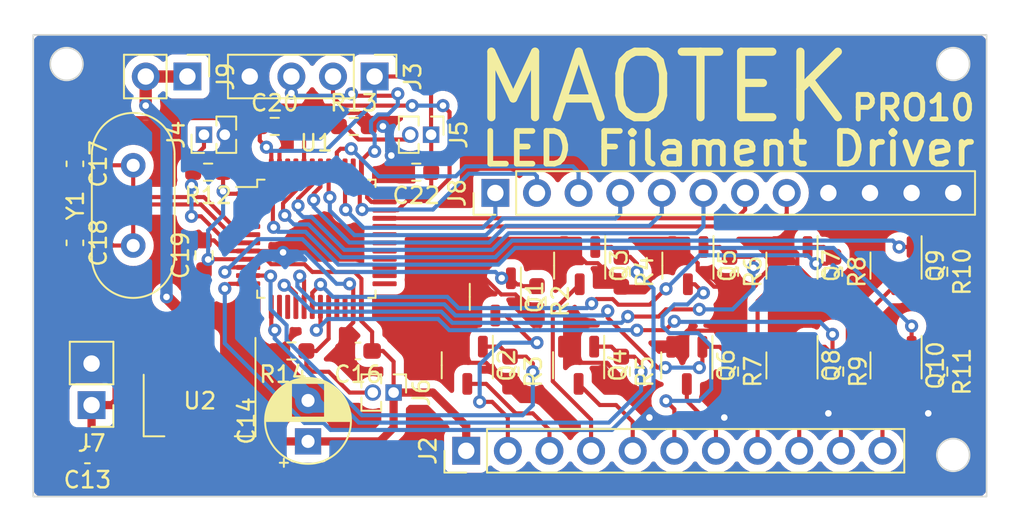
<source format=kicad_pcb>
(kicad_pcb (version 20221018) (generator pcbnew)
  (layers (0 "F.Cu" signal) (31 "B.Cu" signal) (34 "B.Paste" user) (35 "F.Paste" user) (36 "B.SilkS" user "B.Silkscreen") (37 "F.SilkS" user "F.Silkscreen") (38 "B.Mask" user) (39 "F.Mask" user) (44 "Edge.Cuts" user))
  (net 0 "")
  (net 1 "GND")
  (net 2 "+3.3V")
  (net 3 "+5V")
  (net 4 "OSCIN")
  (net 5 "OSCOUT")
  (net 6 "out1")
  (net 7 "out2")
  (net 8 "out3")
  (net 9 "out4")
  (net 10 "out5")
  (net 11 "out6")
  (net 12 "out7")
  (net 13 "out8")
  (net 14 "out9")
  (net 15 "out10")
  (net 16 "SWIO")
  (net 17 "SWCLK")
  (net 18 "NRST")
  (net 19 "BOOT0")
  (net 20 "BOOT1")
  (net 21 "in1")
  (net 22 "in2")
  (net 23 "in3")
  (net 24 "in4")
  (net 25 "in5")
  (net 26 "in6")
  (net 27 "in7")
  (net 28 "in8")
  (net 29 "in9")
  (net 30 "in10")
  (net 45 "39")
  (net 46 "38")
  (net 47 "40")
  (net 48 "41")
  (net 49 "42")
  (net 50 "43")
  (net 51 "32")
  (net 52 "33")
  (footprint "Crystal:Crystal_HC18-U_Vertical" (layer "F.Cu") (at 153.416 60.616 90)
    (fp_text reference "Y1")
    (fp_text value "8MHz")
  )
  (footprint "Capacitor_SMD:C_0603_1608Metric_Pad1.08x0.95mm_HandSolder" (layer "F.Cu") (at 150.622 73.406)
    (fp_text reference "C13")
    (fp_text value "100nF")
  )
  (footprint "Connector_PinHeader_2.54mm:PinHeader_1x04_P2.54mm_Vertical" (layer "F.Cu") (at 168.148 50.292 -90)
    (fp_text reference "J3")
    (fp_text value "Conn_01x04")
  )
  (footprint "Resistor_SMD:R_0603_1608Metric_Pad0.98x0.95mm_HandSolder" (layer "F.Cu") (at 157.734 61.214 90)
    (fp_text reference "C19")
    (fp_text value "100nF")
  )
  (footprint "Resistor_SMD:R_0603_1608Metric_Pad0.98x0.95mm_HandSolder" (layer "F.Cu") (at 202.57 68.315 -90)
    (fp_text reference "R11")
    (fp_text value "10K")
  )
  (footprint "Resistor_SMD:R_0603_1608Metric_Pad0.98x0.95mm_HandSolder" (layer "F.Cu") (at 163.068 67.056 180)
    (fp_text reference "R14")
    (fp_text value "10K")
  )
  (footprint "Package_TO_SOT_SMD:SOT-23-3" (layer "F.Cu") (at 193.614 61.8435 -90)
    (fp_text reference "Q7")
    (fp_text value "Q_NMOS_GSD")
  )
  (footprint "Connector_PinHeader_2.54mm:PinHeader_1x02_P2.54mm_Vertical" (layer "F.Cu") (at 150.876 70.363 180)
    (fp_text reference "J7")
    (fp_text value "Conn_01x02")
  )
  (footprint "Connector_PinHeader_1.27mm:PinHeader_1x02_P1.27mm_Vertical" (layer "F.Cu") (at 157.734 53.848 90)
    (fp_text reference "J4")
    (fp_text value "Conn_01x02")
  )
  (footprint "Package_TO_SOT_SMD:SOT-23-3" (layer "F.Cu") (at 193.614 67.9395 -90)
    (fp_text reference "Q8")
    (fp_text value "Q_NMOS_GSD")
  )
  (footprint "Resistor_SMD:R_0603_1608Metric_Pad0.98x0.95mm_HandSolder" (layer "F.Cu") (at 189.804 62.219 -90)
    (fp_text reference "R6")
    (fp_text value "10K")
  )
  (footprint "Capacitor_SMD:C_0603_1608Metric_Pad1.08x0.95mm_HandSolder" (layer "F.Cu") (at 149.86 60.452 -90)
    (fp_text reference "C18")
    (fp_text value "20p")
  )
  (footprint "Package_TO_SOT_SMD:SOT-23-3" (layer "F.Cu") (at 175.514 63.754 -90)
    (fp_text reference "Q1")
    (fp_text value "Q_NMOS_GSD")
  )
  (footprint "Capacitor_SMD:C_0603_1608Metric_Pad1.08x0.95mm_HandSolder" (layer "F.Cu") (at 167.132 67.056 180)
    (fp_text reference "C16")
    (fp_text value "100nF")
  )
  (footprint "Resistor_SMD:R_0603_1608Metric_Pad0.98x0.95mm_HandSolder" (layer "F.Cu") (at 170.688 56.134 180)
    (fp_text reference "C22")
    (fp_text value "100nF")
  )
  (footprint "Resistor_SMD:R_0603_1608Metric_Pad0.98x0.95mm_HandSolder" (layer "F.Cu") (at 157.988 56.134 180)
    (fp_text reference "R12")
    (fp_text value "10K")
  )
  (footprint "Package_TO_SOT_SMD:SOT-23-3" (layer "F.Cu") (at 180.66 61.8435 -90)
    (fp_text reference "Q3")
    (fp_text value "Q_NMOS_GSD")
  )
  (footprint "Capacitor_THT:CP_Radial_D5.0mm_P2.50mm" (layer "F.Cu") (at 164.084 72.579113 90)
    (fp_text reference "C14")
    (fp_text value "470uF")
  )
  (footprint "Resistor_SMD:R_0603_1608Metric_Pad0.98x0.95mm_HandSolder" (layer "F.Cu") (at 202.57 62.219 -90)
    (fp_text reference "R10")
    (fp_text value "10K")
  )
  (footprint "Connector_PinHeader_2.54mm:PinHeader_1x11_P2.54mm_Vertical" (layer "F.Cu") (at 173.736 73.152 90)
    (fp_text reference "J2")
    (fp_text value "Conn_01x11")
  )
  (footprint "Resistor_SMD:R_0603_1608Metric_Pad0.98x0.95mm_HandSolder" (layer "F.Cu") (at 178.054 64.008 -90)
    (fp_text reference "R2")
    (fp_text value "10K")
  )
  (footprint "Package_TO_SOT_SMD:SOT-23-3" (layer "F.Cu") (at 199.964 67.9395 -90)
    (fp_text reference "Q10")
    (fp_text value "Q_NMOS_GSD")
  )
  (footprint "Package_QFP:LQFP-48_7x7mm_P0.5mm" (layer "F.Cu") (at 164.592 60.202)
    (fp_text reference "U1")
    (fp_text value "STM32F103C8Tx")
  )
  (footprint "Package_TO_SOT_SMD:SOT-23-3" (layer "F.Cu") (at 199.964 61.8435 -90)
    (fp_text reference "Q9")
    (fp_text value "Q_NMOS_GSD")
  )
  (footprint "Resistor_SMD:R_0603_1608Metric_Pad0.98x0.95mm_HandSolder" (layer "F.Cu") (at 162.052 53.34)
    (fp_text reference "C20")
    (fp_text value "100nF")
  )
  (footprint "Package_TO_SOT_SMD:SOT-23-3" (layer "F.Cu") (at 173.802 67.9285 -90)
    (fp_text reference "Q2")
    (fp_text value "Q_NMOS_GSD")
  )
  (footprint "Package_TO_SOT_SMD:SOT-23-3" (layer "F.Cu") (at 180.594 67.9285 -90)
    (fp_text reference "Q4")
    (fp_text value "Q_NMOS_GSD")
  )
  (footprint "Resistor_SMD:R_0603_1608Metric_Pad0.98x0.95mm_HandSolder" (layer "F.Cu") (at 166.878 53.34)
    (fp_text reference "R13")
    (fp_text value "10K")
  )
  (footprint "Resistor_SMD:R_0603_1608Metric_Pad0.98x0.95mm_HandSolder" (layer "F.Cu") (at 189.804 68.315 -90)
    (fp_text reference "R7")
    (fp_text value "10K")
  )
  (footprint "Resistor_SMD:R_0603_1608Metric_Pad0.98x0.95mm_HandSolder" (layer "F.Cu") (at 196.22 68.315 -90)
    (fp_text reference "R9")
    (fp_text value "10K")
  )
  (footprint "Resistor_SMD:R_0603_1608Metric_Pad0.98x0.95mm_HandSolder" (layer "F.Cu") (at 183.2 68.315 -90)
    (fp_text reference "R5")
    (fp_text value "10K")
  )
  (footprint "Connector_PinHeader_1.27mm:PinHeader_1x02_P1.27mm_Vertical" (layer "F.Cu") (at 169.306 69.596 -90)
    (fp_text reference "J6")
    (fp_text value "Conn_01x02")
  )
  (footprint "Resistor_SMD:R_0603_1608Metric_Pad0.98x0.95mm_HandSolder" (layer "F.Cu") (at 183.2 62.219 -90)
    (fp_text reference "R4")
    (fp_text value "10K")
  )
  (footprint "Connector_PinHeader_2.54mm:PinHeader_1x12_P2.54mm_Vertical" (layer "F.Cu") (at 175.514 57.404 90)
    (fp_text reference "J8")
    (fp_text value "Conn_01x12")
  )
  (footprint "Connector_PinHeader_1.27mm:PinHeader_1x02_P1.27mm_Vertical" (layer "F.Cu") (at 171.592 53.848 -90)
    (fp_text reference "J5")
    (fp_text value "Conn_01x02")
  )
  (footprint "Resistor_SMD:R_0603_1608Metric_Pad0.98x0.95mm_HandSolder" (layer "F.Cu") (at 196.154 62.219 -90)
    (fp_text reference "R8")
    (fp_text value "10K")
  )
  (footprint "Package_TO_SOT_SMD:SOT-223-3_TabPin2" (layer "F.Cu") (at 157.466 70.358 -90)
    (fp_text reference "U2")
    (fp_text value "AMS1117-3.3")
  )
  (footprint "Connector_PinHeader_2.54mm:PinHeader_1x02_P2.54mm_Vertical" (layer "F.Cu") (at 156.723 50.292 -90)
    (fp_text reference "J9")
    (fp_text value "Conn_01x02")
  )
  (footprint "Capacitor_SMD:C_0603_1608Metric_Pad1.08x0.95mm_HandSolder" (layer "F.Cu") (at 149.86 55.626 -90)
    (fp_text reference "C17")
    (fp_text value "20p")
  )
  (footprint "Resistor_SMD:R_0603_1608Metric_Pad0.98x0.95mm_HandSolder" (layer "F.Cu") (at 176.408 68.315 -90)
    (fp_text reference "R3")
    (fp_text value "10K")
  )
  (footprint "Package_TO_SOT_SMD:SOT-23-3" (layer "F.Cu") (at 187.198 67.9395 -90)
    (fp_text reference "Q6")
    (fp_text value "Q_NMOS_GSD")
  )
  (footprint "Package_TO_SOT_SMD:SOT-23-3" (layer "F.Cu") (at 187.264 61.8435 -90)
    (fp_text reference "Q5")
    (fp_text value "Q_NMOS_GSD")
  )
  (gr_circle (center 149.352 49.53) (end 150.352 49.53) (stroke (width 0.1)) (fill none) (layer "Edge.Cuts"))
  (gr_rect (start 147.32 47.752) (end 205.486 75.946) (stroke (width 0.1)) (fill none) (layer "Edge.Cuts"))
  (gr_circle (center 203.454 49.53) (end 204.454 49.53) (stroke (width 0.1)) (fill none) (layer "Edge.Cuts"))
  (gr_circle (center 203.454 73.406) (end 204.454 73.406) (stroke (width 0.1)) (fill none) (layer "Edge.Cuts"))
  (gr_text "LED Filament Driver" (at 174.498 55.88) (layer "F.SilkS") (effects (font (size 2 2) (thickness 0.35) bold) (justify left bottom)))
  (gr_text "PRO10" (at 197.104 53.086) (layer "F.SilkS") (effects (font (size 1.5 1.5) (thickness 0.3) bold) (justify left bottom)))
  (gr_text "MAOTEK" (at 173.99 53.293) (layer "F.SilkS") (effects (font (size 4 4) (thickness 0.5)) (justify left bottom)))
  (segment (start 168.651701 53.335701) (end 168.647402 53.34) (width 0.25) (layer "F.Cu") (net 1))
  (segment (start 162.4775 60.952) (end 160.4295 60.952) (width 0.25) (layer "F.Cu") (net 1))
  (segment (start 182.769 68.215) (end 183.2 68.646) (width 0.25) (layer "F.Cu") (net 1))
  (segment (start 186.248 66.802) (end 187.2355 65.8145) (width 0.25) (layer "F.Cu") (net 1))
  (segment (start 203.37 68.4275) (end 202.57 69.2275) (width 0.25) (layer "F.Cu") (net 1))
  (segment (start 187.863092 62.133092) (end 188.8615 63.1315) (width 0.25) (layer "F.Cu") (net 1))
  (segment (start 162.342 56.0395) (end 162.342 54.828) (width 0.25) (layer "F.Cu") (net 1))
  (segment (start 179.71 60.706) (end 180.086 60.706) (width 0.25) (layer "F.Cu") (net 1))
  (segment (start 193.548 60.706) (end 193.939 61.097) (width 0.25) (layer "F.Cu") (net 1))
  (segment (start 153.162 70.612) (end 153.67 70.104) (width 0.5) (layer "F.Cu") (net 1))
  (segment (start 159.004 53.140894) (end 159.004 53.848) (width 0.25) (layer "F.Cu") (net 1))
  (segment (start 162.1555 67.056) (end 159.918 67.056) (width 0.25) (layer "F.Cu") (net 1))
  (segment (start 165.479604 52.07) (end 165.929604 52.52) (width 0.25) (layer "F.Cu") (net 1))
  (segment (start 190.604 68.4275) (end 189.804 69.2275) (width 0.25) (layer "F.Cu") (net 1))
  (segment (start 184.550999 63.1315) (end 186.314 61.368499) (width 0.25) (layer "F.Cu") (net 1))
  (segment (start 181.0735 61.6935) (end 181.762 61.6935) (width 0.25) (layer "F.Cu") (net 1))
  (segment (start 151.4845 73.406) (end 151.4845 74.0675) (width 0.5) (layer "F.Cu") (net 1))
  (segment (start 174.564 62.6165) (end 174.8845 62.6165) (width 0.25) (layer "F.Cu") (net 1))
  (segment (start 183.2 69.2275) (end 184.0355 69.2275) (width 0.25) (layer "F.Cu") (net 1))
  (segment (start 166.842 65.314) (end 166.2695 65.8865) (width 0.25) (layer "F.Cu") (net 1))
  (segment (start 195.206847 63.1315) (end 196.154 63.1315) (width 0.25) (layer "F.Cu") (net 1))
  (segment (start 186.875592 60.706) (end 187.863092 61.6935) (width 0.25) (layer "F.Cu") (net 1))
  (segment (start 166.2695 65.8865) (end 166.2695 67.056) (width 0.25) (layer "F.Cu") (net 1))
  (segment (start 201.93 70.866) (end 202.184 70.866) (width 0.25) (layer "F.Cu") (net 1))
  (segment (start 169.418 55.118) (end 169.7755 55.4755) (width 0.25) (layer "F.Cu") (net 1))
  (segment (start 168.647402 53.34) (end 167.7905 53.34) (width 0.25) (layer "F.Cu") (net 1))
  (segment (start 168.7545 57.952) (end 167.949236 57.952) (width 0.25) (layer "F.Cu") (net 1))
  (segment (start 199.136 61.976) (end 199.014 61.854) (width 0.25) (layer "F.Cu") (net 1))
  (segment (start 174.8845 62.6165) (end 175.872 63.604) (width 0.25) (layer "F.Cu") (net 1))
  (segment (start 182.4 67.846) (end 182.4 67.892076) (width 0.25) (layer "F.Cu") (net 1))
  (segment (start 148.59 68.326) (end 148.59 65.278) (width 0.25) (layer "F.Cu") (net 1))
  (segment (start 167.582 52.52) (end 167.7905 52.7285) (width 0.25) (layer "F.Cu") (net 1))
  (segment (start 152.908 73.406) (end 153.162 73.152) (width 0.5) (layer "F.Cu") (net 1))
  (segment (start 149.86 64.008) (end 151.384 62.484) (width 0.25) (layer "F.Cu") (net 1))
  (segment (start 148.9445 54.7635) (end 149.86 54.7635) (width 0.25) (layer "F.Cu") (net 1))
  (segment (start 148.59 65.278) (end 149.86 64.008) (width 0.25) (layer "F.Cu") (net 1))
  (segment (start 183.2 68.646) (end 183.2 69.2275) (width 0.25) (layer "F.Cu") (net 1))
  (segment (start 169.164 55.118) (end 169.418 55.118) (width 0.25) (layer "F.Cu") (net 1))
  (segment (start 160.249113 70.079113) (end 164.084 70.079113) (width 0.5) (layer "F.Cu") (net 1))
  (segment (start 192.664 61.599305) (end 192.664 60.706) (width 0.25) (layer "F.Cu") (net 1))
  (segment (start 196.154 63.1315) (end 197.7265 63.1315) (width 0.25) (layer "F.Cu") (net 1))
  (segment (start 196.7105 69.2275) (end 197.02 68.918) (width 0.25) (layer "F.Cu") (net 1))
  (segment (start 153.67 70.104) (end 159.258 70.104) (width 0.5) (layer "F.Cu") (net 1))
  (segment (start 172.852 66.791) (end 173.8395 67.7785) (width 0.25) (layer "F.Cu") (net 1))
  (segment (start 159.004 53.086) (end 159.004 53.848) (width 0.25) (layer "F.Cu") (net 1))
  (segment (start 187.863092 61.6935) (end 187.863092 62.133092) (width 0.25) (layer "F.Cu") (net 1))
  (segment (start 160.528 51.562) (end 161.036 52.07) (width 0.25) (layer "F.Cu") (net 1))
  (segment (start 149.86 64.008) (end 149.86 61.3145) (width 0.25) (layer "F.Cu") (net 1))
  (segment (start 200.406 61.976) (end 199.136 61.976) (width 0.25) (layer "F.Cu") (net 1))
  (segment (start 192.664 66.802) (end 193.6515 67.7895) (width 0.25) (layer "F.Cu") (net 1))
  (segment (start 199.39 66.802) (end 200.3775 67.7895) (width 0.25) (layer "F.Cu") (net 1))
  (segment (start 181.762 61.6935) (end 183.2 63.1315) (width 0.25) (layer "F.Cu") (net 1))
  (segment (start 160.528 50.292) (end 160.528 51.562) (width 0.25) (layer "F.Cu") (net 1))
  (segment (start 167.7905 52.7285) (end 167.7905 53.34) (width 0.25) (layer "F.Cu") (net 1))
  (segment (start 153.035 52.832) (end 158.695106 52.832) (width 0.25) (layer "F.Cu") (net 1))
  (segment (start 179.644 66.791) (end 180.6315 67.7785) (width 0.25) (layer "F.Cu") (net 1))
  (segment (start 187.2355 65.8145) (end 189.5125 65.8145) (width 0.25) (layer "F.Cu") (net 1))
  (segment (start 197.02 68.918) (end 197.02 63.416) (width 0.25) (layer "F.Cu") (net 1))
  (segment (start 148.59 68.326) (end 149.093 67.823) (width 0.5) (layer "F.Cu") (net 1))
  (segment (start 203.37 63.9315) (end 203.37 68.4275) (width 0.25) (layer "F.Cu") (net 1))
  (segment (start 168.656 56.134) (end 169.7755 56.134) (width 0.25) (layer "F.Cu") (net 1))
  (segment (start 180.6315 67.7785) (end 182.3325 67.7785) (width 0.25) (layer "F.Cu") (net 1))
  (segment (start 193.939 61.863653) (end 195.206847 63.1315) (width 0.25) (layer "F.Cu") (net 1))
  (segment (start 182.4 67.892076) (end 182.722924 68.215) (width 0.25) (layer "F.Cu") (net 1))
  (segment (start 200.3775 67.7895) (end 201.132 67.7895) (width 0.25) (layer "F.Cu") (net 1))
  (segment (start 196.22 69.2275) (end 196.22 70.48) (width 0.25) (layer "F.Cu") (net 1))
  (segment (start 189.5125 65.8145) (end 190.604 66.906) (width 0.25) (layer "F.Cu") (net 1))
  (segment (start 166.6175 62.9545) (end 166.842 63.179) (width 0.25) (layer "F.Cu") (net 1))
  (segment (start 158.695106 52.832) (end 159.004 53.140894) (width 0.25) (layer "F.Cu") (net 1))
  (segment (start 167.949236 57.952) (end 167.692 57.694764) (width 0.25) (layer "F.Cu") (net 1))
  (segment (start 202.57 63.1315) (end 203.37 63.9315) (width 0.25) (layer "F.Cu") (net 1))
  (segment (start 158.996 60.952) (end 158.3455 60.3015) (width 0.25) (layer "F.Cu") (net 1))
  (segment (start 148.59 73.914) (end 148.59 68.326) (width 0.5) (layer "F.Cu") (net 1))
  (segment (start 193.6515 67.7895) (end 194.782 67.7895) (width 0.25) (layer "F.Cu") (net 1))
  (segment (start 169.7755 55.4755) (end 169.7755 56.134) (width 0.25) (layer "F.Cu") (net 1))
  (segment (start 182.722924 68.215) (end 182.769 68.215) (width 0.25) (layer "F.Cu") (net 1))
  (segment (start 153.924 62.484) (end 156.1065 60.3015) (width 0.25) (layer "F.Cu") (net 1))
  (segment (start 189.484 71.12) (end 189.804 70.8) (width 0.25) (layer "F.Cu") (net 1))
  (segment (start 194.782 67.7895) (end 196.22 69.2275) (width 0.25) (layer "F.Cu") (net 1))
  (segment (start 202.57 63.1315) (end 201.5615 63.1315) (width 0.25) (layer "F.Cu") (net 1))
  (segment (start 193.939 61.097) (end 193.939 61.863653) (width 0.25) (layer "F.Cu") (net 1))
  (segment (start 162.56 61.0345) (end 162.4775 60.952) (width 0.25) (layer "F.Cu") (net 1))
  (segment (start 189.804 63.1315) (end 191.131805 63.1315) (width 0.25) (layer "F.Cu") (net 1))
  (segment (start 159.766 69.596) (end 160.249113 70.079113) (width 0.5) (layer "F.Cu") (net 1))
  (segment (start 184.0355 69.2275) (end 184.912 70.104) (width 0.25) (layer "F.Cu") (net 1))
  (segment (start 159.766 69.596) (end 159.766 69.088) (width 0.5) (layer "F.Cu") (net 1))
  (segment (start 159.766 67.208) (end 159.766 69.088) (width 0.5) (layer "F.Cu") (net 1))
  (segment (start 196.22 70.48) (end 195.834 70.866) (width 0.25) (layer "F.Cu") (net 1))
  (segment (start 156.1065 60.3015) (end 157.734 60.3015) (width 0.25) (layer "F.Cu") (net 1))
  (segment (start 175.872 63.604) (end 176.7375 63.604) (width 0.25) (layer "F.Cu") (net 1))
  (segment (start 197.02 63.416) (end 196.7355 63.1315) (width 0.25) (layer "F.Cu") (net 1))
  (segment (start 149.093 67.823) (end 150.876 67.823) (width 0.5) (layer "F.Cu") (net 1))
  (segment (start 199.014 61.854) (end 199.014 60.706) (width 0.25) (layer "F.Cu") (net 1))
  (segment (start 167.692 57.694764) (end 167.692 57.098) (width 0.25) (layer "F.Cu") (net 1))
  (segment (start 180.086 60.706) (end 181.0735 61.6935) (width 0.25) (layer "F.Cu") (net 1))
  (segment (start 182.3325 67.7785) (end 182.4 67.846) (width 0.25) (layer "F.Cu") (net 1))
  (segment (start 160.4295 60.952) (end 158.996 60.952) (width 0.25) (layer "F.Cu") (net 1))
  (segment (start 159.258 70.104) (end 159.766 69.596) (width 0.5) (layer "F.Cu") (net 1))
  (segment (start 196.22 69.2275) (end 196.7105 69.2275) (width 0.25) (layer "F.Cu") (net 1))
  (segment (start 166.842 64.3645) (end 166.842 65.314) (width 0.25) (layer "F.Cu") (net 1))
  (segment (start 162.9645 54.2055) (end 162.9645 53.34) (width 0.25) (layer "F.Cu") (net 1))
  (segment (start 173.8395 67.7785) (end 174.959 67.7785) (width 0.25) (layer "F.Cu") (net 1))
  (segment (start 153.162 73.152) (end 153.162 70.612) (width 0.5) (layer "F.Cu") (net 1))
  (segment (start 202.57 70.48) (end 202.57 69.2275) (width 0.25) (layer "F.Cu") (net 1))
  (segment (start 199.014 61.844) (end 199.014 60.706) (width 0.25) (layer "F.Cu") (net 1))
  (segment (start 162.342 54.828) (end 162.9645 54.2055) (width 0.25) (layer "F.Cu") (net 1))
  (segment (start 190.604 66.906) (end 190.604 68.4275) (width 0.25) (layer "F.Cu") (net 1))
  (segment (start 201.132 67.7895) (end 202.57 69.2275) (width 0.25) (layer "F.Cu") (net 1))
  (segment (start 174.959 67.7785) (end 176.408 69.2275) (width 0.25) (layer "F.Cu") (net 1))
  (segment (start 186.314 60.706) (end 186.875592 60.706) (width 0.25) (layer "F.Cu") (net 1))
  (segment (start 151.384 62.484) (end 153.924 62.484) (width 0.25) (layer "F.Cu") (net 1))
  (segment (start 201.5615 63.1315) (end 200.406 61.976) (width 0.25) (layer "F.Cu") (net 1))
  (segment (start 160.528 51.562) (end 159.004 53.086) (width 0.25) (layer "F.Cu") (net 1))
  (segment (start 161.036 52.07) (end 165.479604 52.07) (width 0.25) (layer "F.Cu") (net 1))
  (segment (start 167.692 57.098) (end 168.656 56.134) (width 0.25) (layer "F.Cu") (net 1))
  (segment (start 151.4845 73.406) (end 152.908 73.406) (width 0.5) (layer "F.Cu") (net 1))
  (segment (start 197.7265 63.1315) (end 199.014 61.844) (width 0.25) (layer "F.Cu") (net 1))
  (segment (start 158.3455 60.3015) (end 157.734 60.3015) (width 0.25) (layer "F.Cu") (net 1))
  (segment (start 186.314 61.368499) (end 186.314 60.706) (width 0.25) (layer "F.Cu") (net 1))
  (segment (start 191.131805 63.1315) (end 192.664 61.599305) (width 0.25) (layer "F.Cu") (net 1))
  (segment (start 159.918 67.056) (end 159.766 67.208) (width 0.25) (layer "F.Cu") (net 1))
  (segment (start 189.804 70.8) (end 189.804 69.2275) (width 0.25) (layer "F.Cu") (net 1))
  (segment (start 184.912 70.104) (end 184.912 71.12) (width 0.25) (layer "F.Cu") (net 1))
  (segment (start 166.842 63.179) (end 166.842 64.3645) (width 0.25) (layer "F.Cu") (net 1))
  (segment (start 165.929604 52.52) (end 167.582 52.52) (width 0.25) (layer "F.Cu") (net 1))
  (segment (start 196.7355 63.1315) (end 196.154 63.1315) (width 0.25) (layer "F.Cu") (net 1))
  (segment (start 151.4845 74.0675) (end 151.13 74.422) (width 0.5) (layer "F.Cu") (net 1))
  (segment (start 151.1035 54.7635) (end 153.035 52.832) (width 0.25) (layer "F.Cu") (net 1))
  (segment (start 148.59 65.278) (end 148.59 55.118) (width 0.25) (layer "F.Cu") (net 1))
  (segment (start 151.13 74.422) (end 149.098 74.422) (width 0.5) (layer "F.Cu") (net 1))
  (segment (start 183.2 63.1315) (end 184.550999 63.1315) (width 0.25) (layer "F.Cu") (net 1))
  (segment (start 199.014 66.802) (end 199.39 66.802) (width 0.25) (layer "F.Cu") (net 1))
  (segment (start 176.7375 63.604) (end 178.054 64.9205) (width 0.25) (layer "F.Cu") (net 1))
  (segment (start 202.184 70.866) (end 202.57 70.48) (width 0.25) (layer "F.Cu") (net 1))
  (segment (start 148.59 55.118) (end 148.9445 54.7635) (width 0.25) (layer "F.Cu") (net 1))
  (segment (start 192.664 60.706) (end 193.548 60.706) (width 0.25) (layer "F.Cu") (net 1))
  (segment (start 149.86 54.7635) (end 151.1035 54.7635) (width 0.25) (layer "F.Cu") (net 1))
  (segment (start 188.8615 63.1315) (end 189.804 63.1315) (width 0.25) (layer "F.Cu") (net 1))
  (segment (start 149.098 74.422) (end 148.59 73.914) (width 0.5) (layer "F.Cu") (net 1))
  (via (at 189.484 71.12) (size 0.8) (drill 0.4) (layers "F.Cu" "B.Cu") (net 1))
  (via (at 168.651701 53.335701) (size 0.8) (drill 0.4) (layers "F.Cu" "B.Cu") (net 1))
  (via (at 201.93 70.866) (size 0.8) (drill 0.4) (layers "F.Cu" "B.Cu") (net 1))
  (via (at 195.834 70.866) (size 0.8) (drill 0.4) (layers "F.Cu" "B.Cu") (net 1))
  (via (at 184.912 71.12) (size 0.8) (drill 0.4) (layers "F.Cu" "B.Cu") (net 1))
  (via (at 169.164 55.118) (size 0.8) (drill 0.4) (layers "F.Cu" "B.Cu") (net 1))
  (via (at 166.6175 62.9545) (size 0.8) (drill 0.4) (layers "F.Cu" "B.Cu") (net 1))
  (via (at 162.56 61.0345) (size 0.8) (drill 0.4) (layers "F.Cu" "B.Cu") (net 1))
  (segment (start 165.571 62.691695) (end 163.913805 61.0345) (width 0.25) (layer "B.Cu") (net 1))
  (segment (start 195.834 70.866) (end 189.738 70.866) (width 0.25) (layer "B.Cu") (net 1))
  (segment (start 168.91 54.864) (end 168.91 53.594) (width 0.25) (layer "B.Cu") (net 1))
  (segment (start 168.91 53.594) (end 168.651701 53.335701) (width 0.25) (layer "B.Cu") (net 1))
  (segment (start 166.6175 62.9545) (end 165.8245 62.9545) (width 0.25) (layer "B.Cu") (net 1))
  (segment (start 165.8245 62.9545) (end 165.571 62.701) (width 0.25) (layer "B.Cu") (net 1))
  (segment (start 165.571 62.701) (end 165.571 62.691695) (width 0.25) (layer "B.Cu") (net 1))
  (segment (start 195.834 70.866) (end 201.93 70.866) (width 0.25) (layer "B.Cu") (net 1))
  (segment (start 189.738 70.866) (end 189.484 71.12) (width 0.25) (layer "B.Cu") (net 1))
  (segment (start 169.164 55.118) (end 168.91 54.864) (width 0.25) (layer "B.Cu") (net 1))
  (segment (start 184.912 71.12) (end 189.484 71.12) (width 0.25) (layer "B.Cu") (net 1))
  (segment (start 163.913805 61.0345) (end 162.56 61.0345) (width 0.25) (layer "B.Cu") (net 1))
  (segment (start 157.466 67.208) (end 157.466 66.788) (width 0.25) (layer "F.Cu") (net 2))
  (segment (start 156.723 50.292) (end 154.183 50.292) (width 0.75) (layer "F.Cu") (net 2))
  (segment (start 158.9005 56.134) (end 158.9005 57.3005) (width 0.25) (layer "F.Cu") (net 2))
  (segment (start 167.9945 65.8865) (end 167.9945 67.056) (width 0.25) (layer "F.Cu") (net 2))
  (segment (start 157.734 62.1265) (end 157.734 64.008) (width 0.25) (layer "F.Cu") (net 2))
  (segment (start 161.842 54.908) (end 161.544 54.61) (width 0.25) (layer "F.Cu") (net 2))
  (segment (start 154.178 50.297) (end 154.183 50.292) (width 0.25) (layer "F.Cu") (net 2))
  (segment (start 169.306 69.596) (end 169.306 71.74) (width 0.5) (layer "F.Cu") (net 2))
  (segment (start 157.466 73.508) (end 161.188 73.508) (width 0.5) (layer "F.Cu") (net 2))
  (segment (start 154.178 52.07) (end 154.178 50.297) (width 0.75) (layer "F.Cu") (net 2))
  (segment (start 164.347305 62.23) (end 163.876305 61.759) (width 0.25) (layer "F.Cu") (net 2))
  (segment (start 169.306 71.74) (end 168.466887 72.579113) (width 0.5) (layer "F.Cu") (net 2))
  (segment (start 157.466 65.772) (end 157.466 66.788) (width 0.75) (layer "F.Cu") (net 2))
  (segment (start 162.116887 72.579113) (end 164.084 72.579113) (width 0.5) (layer "F.Cu") (net 2))
  (segment (start 171.138695 57.452) (end 171.6005 56.990195) (width 0.25) (layer "F.Cu") (net 2))
  (segment (start 159.052 57.452) (end 160.4295 57.452) (width 0.25) (layer "F.Cu") (net 2))
  (segment (start 161.544 54.61) (end 161.1395 54.2055) (width 0.25) (layer "F.Cu") (net 2))
  (segment (start 168.656 67.056) (end 167.9945 67.056) (width 0.25) (layer "F.Cu") (net 2))
  (segment (start 166.918305 62.23) (end 164.347305 62.23) (width 0.25) (layer "F.Cu") (net 2))
  (segment (start 167.342 62.653695) (end 166.918305 62.23) (width 0.25) (layer "F.Cu") (net 2))
  (segment (start 169.306 69.596) (end 169.306 67.706) (width 0.25) (layer "F.Cu") (net 2))
  (segment (start 167.342 65.234) (end 167.9945 65.8865) (width 0.25) (layer "F.Cu") (net 2))
  (segment (start 157.734 64.008) (end 157.466 64.276) (width 0.25) (layer "F.Cu") (net 2))
  (segment (start 171.6005 56.134) (end 171.6005 53.8565) (width 0.25) (layer "F.Cu") (net 2))
  (segment (start 158.004 61.452) (end 157.988 61.468) (width 0.25) (layer "F.Cu") (net 2))
  (segment (start 173.736 71.628) (end 173.736 73.152) (width 0.5) (layer "F.Cu") (net 2))
  (segment (start 168.466887 72.579113) (end 164.084 72.579113) (width 0.5) (layer "F.Cu") (net 2))
  (segment (start 158.9005 57.3005) (end 159.052 57.452) (width 0.25) (layer "F.Cu") (net 2))
  (segment (start 171.6005 56.990195) (end 171.6005 56.134) (width 0.25) (layer "F.Cu") (net 2))
  (segment (start 161.496 57.452) (end 161.842 57.106) (width 0.25) (layer "F.Cu") (net 2))
  (segment (start 171.704 69.596) (end 173.736 71.628) (width 0.5) (layer "F.Cu") (net 2))
  (segment (start 157.988 61.468) (end 157.734 61.722) (width 0.25) (layer "F.Cu") (net 2))
  (segment (start 171.592 50.942) (end 171.592 53.848) (width 0.25) (layer "F.Cu") (net 2))
  (segment (start 169.306 67.706) (end 168.656 67.056) (width 0.25) (layer "F.Cu") (net 2))
  (segment (start 157.466 64.276) (end 157.466 67.208) (width 0.25) (layer "F.Cu") (net 2))
  (segment (start 161.835 61.759) (end 161.528 61.452) (width 0.25) (layer "F.Cu") (net 2))
  (segment (start 163.876305 61.759) (end 161.835 61.759) (width 0.25) (layer "F.Cu") (net 2))
  (segment (start 161.842 56.0395) (end 161.842 54.908) (width 0.25) (layer "F.Cu") (net 2))
  (segment (start 155.448 63.754) (end 157.466 65.772) (width 0.75) (layer "F.Cu") (net 2))
  (segment (start 168.7545 57.452) (end 171.138695 57.452) (width 0.25) (layer "F.Cu") (net 2))
  (segment (start 161.1395 54.2055) (end 161.1395 53.34) (width 0.25) (layer "F.Cu") (net 2))
  (segment (start 169.306 69.596) (end 171.704 69.596) (width 0.5) (layer "F.Cu") (net 2))
  (segment (start 157.734 61.722) (end 157.734 62.1265) (width 0.25) (layer "F.Cu") (net 2))
  (segment (start 170.942 50.292) (end 171.592 50.942) (width 0.25) (layer "F.Cu") (net 2))
  (segment (start 168.148 50.292) (end 170.942 50.292) (width 0.25) (layer "F.Cu") (net 2))
  (segment (start 167.342 64.3645) (end 167.342 65.234) (width 0.25) (layer "F.Cu") (net 2))
  (segment (start 161.528 61.452) (end 160.4295 61.452) (width 0.25) (layer "F.Cu") (net 2))
  (segment (start 171.6005 53.8565) (end 171.592 53.848) (width 0.25) (layer "F.Cu") (net 2))
  (segment (start 160.4295 57.452) (end 161.496 57.452) (width 0.25) (layer "F.Cu") (net 2))
  (segment (start 167.342 64.3645) (end 167.342 62.653695) (width 0.25) (layer "F.Cu") (net 2))
  (segment (start 161.188 73.508) (end 162.116887 72.579113) (width 0.5) (layer "F.Cu") (net 2))
  (segment (start 161.842 57.106) (end 161.842 56.0395) (width 0.25) (layer "F.Cu") (net 2))
  (segment (start 160.4295 61.452) (end 158.004 61.452) (width 0.25) (layer "F.Cu") (net 2))
  (via (at 155.448 63.754) (size 0.8) (drill 0.4) (layers "F.Cu" "B.Cu") (net 2))
  (via (at 157.988 61.468) (size 0.8) (drill 0.4) (layers "F.Cu" "B.Cu") (net 2))
  (via (at 154.178 52.07) (size 0.8) (drill 0.4) (layers "F.Cu" "B.Cu") (net 2))
  (via (at 158.9005 57.3005) (size 0.8) (drill 0.4) (layers "F.Cu" "B.Cu") (net 2))
  (via (at 161.544 54.61) (size 0.8) (drill 0.4) (layers "F.Cu" "B.Cu") (net 2))
  (segment (start 158.9005 58.7775) (end 158.9005 57.3005) (width 0.25) (layer "B.Cu") (net 2))
  (segment (start 168.148 51.833903) (end 168.148 50.292) (width 0.25) (layer "B.Cu") (net 2))
  (segment (start 165.150604 54.831299) (end 168.148 51.833903) (width 0.25) (layer "B.Cu") (net 2))
  (segment (start 155.448 63.754) (end 155.448 53.34) (width 0.75) (layer "B.Cu") (net 2))
  (segment (start 157.988 59.69) (end 158.9005 58.7775) (width 0.25) (layer "B.Cu") (net 2))
  (segment (start 161.765299 54.831299) (end 165.150604 54.831299) (width 0.25) (layer "B.Cu") (net 2))
  (segment (start 161.544 54.61) (end 161.765299 54.831299) (width 0.25) (layer "B.Cu") (net 2))
  (segment (start 157.988 61.468) (end 157.988 59.69) (width 0.25) (layer "B.Cu") (net 2))
  (segment (start 155.448 53.34) (end 154.178 52.07) (width 0.75) (layer "B.Cu") (net 2))
  (segment (start 150.114 72.39) (end 150.622 72.39) (width 0.5) (layer "F.Cu") (net 3))
  (segment (start 153.264 67.208) (end 155.166 67.208) (width 0.5) (layer "F.Cu") (net 3))
  (segment (start 149.7595 72.7445) (end 150.114 72.39) (width 0.5) (layer "F.Cu") (net 3))
  (segment (start 150.622 72.39) (end 150.876 72.136) (width 0.5) (layer "F.Cu") (net 3))
  (segment (start 152.4 68.072) (end 153.264 67.208) (width 0.5) (layer "F.Cu") (net 3))
  (segment (start 149.7595 73.406) (end 149.7595 72.7445) (width 0.5) (layer "F.Cu") (net 3))
  (segment (start 152.141 70.363) (end 152.4 70.104) (width 0.5) (layer "F.Cu") (net 3))
  (segment (start 150.876 72.136) (end 150.876 70.363) (width 0.5) (layer "F.Cu") (net 3))
  (segment (start 150.876 70.363) (end 152.141 70.363) (width 0.5) (layer "F.Cu") (net 3))
  (segment (start 152.4 70.104) (end 152.4 68.072) (width 0.5) (layer "F.Cu") (net 3))
  (segment (start 149.86 56.4885) (end 151.2835 56.4885) (width 0.25) (layer "F.Cu") (net 4))
  (segment (start 152.056 55.716) (end 153.416 55.716) (width 0.25) (layer "F.Cu") (net 4))
  (segment (start 159.528 59.452) (end 157.734 57.658) (width 0.25) (layer "F.Cu") (net 4))
  (segment (start 157.734 57.658) (end 153.67 57.658) (width 0.25) (layer "F.Cu") (net 4))
  (segment (start 153.416 57.404) (end 153.416 55.716) (width 0.25) (layer "F.Cu") (net 4))
  (segment (start 153.67 57.658) (end 153.416 57.404) (width 0.25) (layer "F.Cu") (net 4))
  (segment (start 160.4295 59.452) (end 159.528 59.452) (width 0.25) (layer "F.Cu") (net 4))
  (segment (start 151.2835 56.4885) (end 152.056 55.716) (width 0.25) (layer "F.Cu") (net 4))
  (segment (start 151.1565 59.5895) (end 152.183 60.616) (width 0.25) (layer "F.Cu") (net 5))
  (segment (start 160.4295 59.952) (end 159.391604 59.952) (width 0.25) (layer "F.Cu") (net 5))
  (segment (start 153.728 58.108) (end 153.416 58.42) (width 0.25) (layer "F.Cu") (net 5))
  (segment (start 153.416 58.42) (end 153.416 60.616) (width 0.25) (layer "F.Cu") (net 5))
  (segment (start 157.547604 58.108) (end 153.728 58.108) (width 0.25) (layer "F.Cu") (net 5))
  (segment (start 159.391604 59.952) (end 157.547604 58.108) (width 0.25) (layer "F.Cu") (net 5))
  (segment (start 149.86 59.5895) (end 151.1565 59.5895) (width 0.25) (layer "F.Cu") (net 5))
  (segment (start 152.183 60.616) (end 153.416 60.616) (width 0.25) (layer "F.Cu") (net 5))
  (segment (start 177.8 66.548) (end 176.1435 64.8915) (width 0.25) (layer "F.Cu") (net 6))
  (segment (start 176.276 71.12) (end 176.276 73.152) (width 0.25) (layer "F.Cu") (net 6))
  (segment (start 176.1435 64.8915) (end 175.514 64.8915) (width 0.25) (layer "F.Cu") (net 6))
  (segment (start 175.31976 70.16376) (end 176.276 71.12) (width 0.25) (layer "F.Cu") (net 6))
  (segment (start 174.55776 70.16376) (end 175.31976 70.16376) (width 0.25) (layer "F.Cu") (net 6))
  (segment (start 178.054 66.548) (end 177.8 66.548) (width 0.25) (layer "F.Cu") (net 6))
  (via (at 174.55776 70.16376) (size 0.8) (drill 0.4) (layers "F.Cu" "B.Cu") (net 6))
  (via (at 178.054 66.548) (size 0.8) (drill 0.4) (layers "F.Cu" "B.Cu") (net 6))
  (segment (start 175.895 66.548) (end 178.054 66.548) (width 0.25) (layer "B.Cu") (net 6))
  (segment (start 174.55776 70.16376) (end 174.55776 67.88524) (width 0.25) (layer "B.Cu") (net 6))
  (segment (start 174.55776 67.88524) (end 175.895 66.548) (width 0.25) (layer "B.Cu") (net 6))
  (segment (start 176.756924 70.866) (end 177.8 70.866) (width 0.25) (layer "F.Cu") (net 7))
  (segment (start 177.8 70.866) (end 178.816 71.882) (width 0.25) (layer "F.Cu") (net 7))
  (segment (start 178.816 71.882) (end 178.816 73.152) (width 0.25) (layer "F.Cu") (net 7))
  (segment (start 173.802 69.066) (end 174.956924 69.066) (width 0.25) (layer "F.Cu") (net 7))
  (segment (start 174.956924 69.066) (end 176.756924 70.866) (width 0.25) (layer "F.Cu") (net 7))
  (segment (start 179.019 64.622) (end 179.019 68.91) (width 0.25) (layer "F.Cu") (net 8))
  (segment (start 180.66 62.981) (end 179.019 64.622) (width 0.25) (layer "F.Cu") (net 8))
  (segment (start 181.356 71.247) (end 181.356 73.152) (width 0.25) (layer "F.Cu") (net 8))
  (segment (start 179.019 68.91) (end 181.356 71.247) (width 0.25) (layer "F.Cu") (net 8))
  (segment (start 182.88 70.358) (end 183.896 71.374) (width 0.25) (layer "F.Cu") (net 9))
  (segment (start 183.896 71.374) (end 183.896 73.152) (width 0.25) (layer "F.Cu") (net 9))
  (segment (start 180.594 69.066) (end 181.886 70.358) (width 0.25) (layer "F.Cu") (net 9))
  (segment (start 181.886 70.358) (end 182.88 70.358) (width 0.25) (layer "F.Cu") (net 9))
  (segment (start 187.264 62.981) (end 187.686402 62.981) (width 0.25) (layer "F.Cu") (net 10))
  (segment (start 187.686402 62.981) (end 188.209701 63.504299) (width 0.25) (layer "F.Cu") (net 10))
  (segment (start 186.436 70.612) (end 186.436 73.152) (width 0.25) (layer "F.Cu") (net 10))
  (segment (start 185.928 70.104) (end 186.436 70.612) (width 0.25) (layer "F.Cu") (net 10))
  (via (at 188.209701 63.504299) (size 0.8) (drill 0.4) (layers "F.Cu" "B.Cu") (net 10))
  (via (at 185.928 70.104) (size 0.8) (drill 0.4) (layers "F.Cu" "B.Cu") (net 10))
  (segment (start 186.135695 65.9655) (end 185.711 65.540805) (width 0.25) (layer "B.Cu") (net 10))
  (segment (start 187.96 70.104) (end 188.685 69.379) (width 0.25) (layer "B.Cu") (net 10))
  (segment (start 185.711 64.940195) (end 186.4355 64.215695) (width 0.25) (layer "B.Cu") (net 10))
  (segment (start 185.928 70.104) (end 187.96 70.104) (width 0.25) (layer "B.Cu") (net 10))
  (segment (start 187.235 64.215695) (end 187.946396 63.504299) (width 0.25) (layer "B.Cu") (net 10))
  (segment (start 187.8855 65.9655) (end 186.135695 65.9655) (width 0.25) (layer "B.Cu") (net 10))
  (segment (start 185.711 65.540805) (end 185.711 64.940195) (width 0.25) (layer "B.Cu") (net 10))
  (segment (start 187.946396 63.504299) (end 188.209701 63.504299) (width 0.25) (layer "B.Cu") (net 10))
  (segment (start 188.685 66.765) (end 187.8855 65.9655) (width 0.25) (layer "B.Cu") (net 10))
  (segment (start 188.685 69.379) (end 188.685 66.765) (width 0.25) (layer "B.Cu") (net 10))
  (segment (start 186.4355 64.215695) (end 187.235 64.215695) (width 0.25) (layer "B.Cu") (net 10))
  (segment (start 187.198 69.077) (end 187.198 70.104) (width 0.25) (layer "F.Cu") (net 11))
  (segment (start 188.976 71.882) (end 188.976 73.152) (width 0.25) (layer "F.Cu") (net 11))
  (segment (start 187.198 70.104) (end 188.976 71.882) (width 0.25) (layer "F.Cu") (net 11))
  (segment (start 193.614 62.981) (end 192.543 62.981) (width 0.25) (layer "F.Cu") (net 12))
  (segment (start 192.543 62.981) (end 191.516 64.008) (width 0.25) (layer "F.Cu") (net 12))
  (segment (start 191.516 64.008) (end 191.516 73.152) (width 0.25) (layer "F.Cu") (net 12))
  (segment (start 194.056 70.866) (end 194.056 73.152) (width 0.25) (layer "F.Cu") (net 13))
  (segment (start 193.614 69.077) (end 193.614 70.424) (width 0.25) (layer "F.Cu") (net 13))
  (segment (start 193.614 70.424) (end 194.056 70.866) (width 0.25) (layer "F.Cu") (net 13))
  (segment (start 198.389 64.556) (end 198.389 69.581) (width 0.25) (layer "F.Cu") (net 14))
  (segment (start 199.964 62.981) (end 198.389 64.556) (width 0.25) (layer "F.Cu") (net 14))
  (segment (start 198.389 69.581) (end 196.596 71.374) (width 0.25) (layer "F.Cu") (net 14))
  (segment (start 196.596 71.374) (end 196.596 73.152) (width 0.25) (layer "F.Cu") (net 14))
  (segment (start 199.401 69.077) (end 199.136 69.342) (width 0.25) (layer "F.Cu") (net 15))
  (segment (start 199.136 69.342) (end 199.136 73.152) (width 0.25) (layer "F.Cu") (net 15))
  (segment (start 199.964 69.077) (end 199.401 69.077) (width 0.25) (layer "F.Cu") (net 15))
  (segment (start 172.3165 52.07) (end 172.72 52.4735) (width 0.25) (layer "F.Cu") (net 16))
  (segment (start 172.72 56.507091) (end 171.325091 57.902) (width 0.25) (layer "F.Cu") (net 16))
  (segment (start 169.559764 58.452) (end 168.7545 58.452) (width 0.25) (layer "F.Cu") (net 16))
  (segment (start 170.109764 57.902) (end 169.559764 58.452) (width 0.25) (layer "F.Cu") (net 16))
  (segment (start 165.608 51.562) (end 165.608 50.292) (width 0.25) (layer "F.Cu") (net 16))
  (segment (start 172.72 52.4735) (end 172.72 56.507091) (width 0.25) (layer "F.Cu") (net 16))
  (segment (start 170.434 52.07) (end 166.116 52.07) (width 0.25) (layer "F.Cu") (net 16))
  (segment (start 166.116 52.07) (end 165.608 51.562) (width 0.25) (layer "F.Cu") (net 16))
  (segment (start 171.325091 57.902) (end 170.109764 57.902) (width 0.25) (layer "F.Cu") (net 16))
  (via (at 170.434 52.07) (size 0.8) (drill 0.4) (layers "F.Cu" "B.Cu") (net 16))
  (via (at 172.3165 52.07) (size 0.8) (drill 0.4) (layers "F.Cu" "B.Cu") (net 16))
  (segment (start 170.434 52.07) (end 172.3165 52.07) (width 0.25) (layer "B.Cu") (net 16))
  (segment (start 167.894 54.864) (end 168.148 54.864) (width 0.25) (layer "F.Cu") (net 17))
  (segment (start 163.068 50.292) (end 163.068 51.308) (width 0.25) (layer "F.Cu") (net 17))
  (segment (start 166.73418 51.345738) (end 166.855442 51.467) (width 0.25) (layer "F.Cu") (net 17))
  (segment (start 167.342 55.416) (end 167.894 54.864) (width 0.25) (layer "F.Cu") (net 17))
  (segment (start 167.342 56.0395) (end 167.342 55.416) (width 0.25) (layer "F.Cu") (net 17))
  (segment (start 166.855442 51.467) (end 169.440558 51.467) (width 0.25) (layer "F.Cu") (net 17))
  (segment (start 169.440558 51.467) (end 169.56182 51.345738) (width 0.25) (layer "F.Cu") (net 17))
  (via (at 169.56182 51.345738) (size 0.8) (drill 0.4) (layers "F.Cu" "B.Cu") (net 17))
  (via (at 168.148 54.864) (size 0.8) (drill 0.4) (layers "F.Cu" "B.Cu") (net 17))
  (via (at 166.73418 51.345738) (size 0.8) (drill 0.4) (layers "F.Cu" "B.Cu") (net 17))
  (via (at 163.068 51.308) (size 0.8) (drill 0.4) (layers "F.Cu" "B.Cu") (net 17))
  (segment (start 167.926701 53.035396) (end 168.351396 52.610701) (width 0.25) (layer "B.Cu") (net 17))
  (segment (start 168.148 53.857305) (end 167.926701 53.636006) (width 0.25) (layer "B.Cu") (net 17))
  (segment (start 166.612918 51.467) (end 163.227 51.467) (width 0.25) (layer "B.Cu") (net 17))
  (segment (start 168.148 54.864) (end 168.148 53.857305) (width 0.25) (layer "B.Cu") (net 17))
  (segment (start 168.968078 52.610701) (end 169.56182 52.016959) (width 0.25) (layer "B.Cu") (net 17))
  (segment (start 166.73418 51.345738) (end 166.612918 51.467) (width 0.25) (layer "B.Cu") (net 17))
  (segment (start 167.926701 53.636006) (end 167.926701 53.035396) (width 0.25) (layer "B.Cu") (net 17))
  (segment (start 163.227 51.467) (end 163.068 51.308) (width 0.25) (layer "B.Cu") (net 17))
  (segment (start 168.351396 52.610701) (end 168.968078 52.610701) (width 0.25) (layer "B.Cu") (net 17))
  (segment (start 169.56182 52.016959) (end 169.56182 51.345738) (width 0.25) (layer "B.Cu") (net 17))
  (segment (start 156.972 56.9335) (end 156.972 56.2375) (width 0.25) (layer "F.Cu") (net 18))
  (segment (start 157.0755 55.2685) (end 157.0755 56.134) (width 0.25) (layer "F.Cu") (net 18))
  (segment (start 157.734 54.61) (end 157.0755 55.2685) (width 0.25) (layer "F.Cu") (net 18))
  (segment (start 160.4295 60.452) (end 159.174076 60.452) (width 0.25) (layer "F.Cu") (net 18))
  (segment (start 156.972 56.2375) (end 157.0755 56.134) (width 0.25) (layer "F.Cu") (net 18))
  (segment (start 157.554576 58.8325) (end 156.972 58.8325) (width 0.25) (layer "F.Cu") (net 18))
  (segment (start 159.174076 60.452) (end 157.554576 58.8325) (width 0.25) (layer "F.Cu") (net 18))
  (segment (start 156.972 56.9335) (end 157.085 56.9335) (width 0.25) (layer "F.Cu") (net 18))
  (segment (start 157.734 53.848) (end 157.734 54.61) (width 0.25) (layer "F.Cu") (net 18))
  (via (at 156.972 58.8325) (size 0.8) (drill 0.4) (layers "F.Cu" "B.Cu") (net 18))
  (via (at 156.972 56.9335) (size 0.8) (drill 0.4) (layers "F.Cu" "B.Cu") (net 18))
  (segment (start 156.972 58.8325) (end 156.972 56.9335) (width 0.25) (layer "B.Cu") (net 18))
  (segment (start 165.9655 53.34) (end 164.592 53.34) (width 0.25) (layer "F.Cu") (net 19))
  (segment (start 165.9655 53.34) (end 166.37 53.34) (width 0.25) (layer "F.Cu") (net 19))
  (segment (start 163.842 54.09) (end 163.842 56.0395) (width 0.25) (layer "F.Cu") (net 19))
  (segment (start 167.17 54.14) (end 170.03 54.14) (width 0.25) (layer "F.Cu") (net 19))
  (segment (start 166.37 53.34) (end 167.17 54.14) (width 0.25) (layer "F.Cu") (net 19))
  (segment (start 164.592 53.34) (end 163.842 54.09) (width 0.25) (layer "F.Cu") (net 19))
  (segment (start 170.03 54.14) (end 170.322 53.848) (width 0.25) (layer "F.Cu") (net 19))
  (segment (start 165.342 66.306) (end 165.342 64.3645) (width 0.25) (layer "F.Cu") (net 20))
  (segment (start 164.338 68.326) (end 165.354 68.326) (width 0.25) (layer "F.Cu") (net 20))
  (segment (start 163.9805 67.056) (end 163.9805 67.9685) (width 0.25) (layer "F.Cu") (net 20))
  (segment (start 163.9805 67.9685) (end 164.338 68.326) (width 0.25) (layer "F.Cu") (net 20))
  (segment (start 166.624 69.596) (end 168.036 69.596) (width 0.25) (layer "F.Cu") (net 20))
  (segment (start 164.592 67.056) (end 165.342 66.306) (width 0.25) (layer "F.Cu") (net 20))
  (segment (start 163.9805 67.056) (end 164.592 67.056) (width 0.25) (layer "F.Cu") (net 20))
  (segment (start 165.354 68.326) (end 166.624 69.596) (width 0.25) (layer "F.Cu") (net 20))
  (segment (start 177.038 62.992) (end 177.1415 63.0955) (width 0.25) (layer "F.Cu") (net 21))
  (segment (start 175.899299 62.606701) (end 175.909098 62.6165) (width 0.25) (layer "F.Cu") (net 21))
  (segment (start 177.1415 63.0955) (end 178.054 63.0955) (width 0.25) (layer "F.Cu") (net 21))
  (segment (start 176.464 62.6165) (end 176.8395 62.992) (width 0.25) (layer "F.Cu") (net 21))
  (segment (start 176.8395 62.992) (end 177.038 62.992) (width 0.25) (layer "F.Cu") (net 21))
  (segment (start 175.909098 62.6165) (end 176.464 62.6165) (width 0.25) (layer "F.Cu") (net 21))
  (segment (start 159.290598 61.952) (end 159.008299 62.234299) (width 0.25) (layer "F.Cu") (net 21))
  (segment (start 160.4295 61.952) (end 159.290598 61.952) (width 0.25) (layer "F.Cu") (net 21))
  (via (at 175.899299 62.606701) (size 0.8) (drill 0.4) (layers "F.Cu" "B.Cu") (net 21))
  (via (at 159.008299 62.234299) (size 0.8) (drill 0.4) (layers "F.Cu" "B.Cu") (net 21))
  (segment (start 175.522598 62.23) (end 165.745701 62.23) (width 0.25) (layer "B.Cu") (net 21))
  (segment (start 165.745701 62.23) (end 163.742701 60.227) (width 0.25) (layer "B.Cu") (net 21))
  (segment (start 161.015598 60.227) (end 159.008299 62.234299) (width 0.25) (layer "B.Cu") (net 21))
  (segment (start 175.899299 62.606701) (end 175.522598 62.23) (width 0.25) (layer "B.Cu") (net 21))
  (segment (start 163.742701 60.227) (end 161.015598 60.227) (width 0.25) (layer "B.Cu") (net 21))
  (segment (start 177.3845 67.4025) (end 176.408 67.4025) (width 0.25) (layer "F.Cu") (net 22))
  (segment (start 174.752 66.791) (end 175.7965 66.791) (width 0.25) (layer "F.Cu") (net 22))
  (segment (start 177.8 68.326) (end 177.8 67.818) (width 0.25) (layer "F.Cu") (net 22))
  (segment (start 175.7965 66.791) (end 176.408 67.4025) (width 0.25) (layer "F.Cu") (net 22))
  (segment (start 161.798 62.484) (end 161.618991 62.449512) (width 0.25) (layer "F.Cu") (net 22))
  (segment (start 160.4295 62.452) (end 161.616503 62.452) (width 0.25) (layer "F.Cu") (net 22))
  (segment (start 161.616503 62.452) (end 161.798 62.484) (width 0.25) (layer "F.Cu") (net 22))
  (segment (start 177.8 67.818) (end 177.3845 67.4025) (width 0.25) (layer "F.Cu") (net 22))
  (via (at 161.798 62.484) (size 0.8) (drill 0.4) (layers "F.Cu" "B.Cu") (net 22))
  (via (at 177.8 68.326) (size 0.8) (drill 0.4) (layers "F.Cu" "B.Cu") (net 22))
  (segment (start 162.352305 65.061) (end 162.777 65.485695) (width 0.25) (layer "B.Cu") (net 22))
  (segment (start 162.777 65.485695) (end 162.777 66.382604) (width 0.25) (layer "B.Cu") (net 22))
  (segment (start 167.376396 70.982) (end 177.176 70.982) (width 0.25) (layer "B.Cu") (net 22))
  (segment (start 177.8 70.358) (end 177.8 68.326) (width 0.25) (layer "B.Cu") (net 22))
  (segment (start 162.343 65.061) (end 162.352305 65.061) (width 0.25) (layer "B.Cu") (net 22))
  (segment (start 161.798 64.516) (end 162.343 65.061) (width 0.25) (layer "B.Cu") (net 22))
  (segment (start 162.777 66.382604) (end 167.376396 70.982) (width 0.25) (layer "B.Cu") (net 22))
  (segment (start 177.176 70.982) (end 177.8 70.358) (width 0.25) (layer "B.Cu") (net 22))
  (segment (start 161.798 62.484) (end 161.798 64.516) (width 0.25) (layer "B.Cu") (net 22))
  (segment (start 159.298 62.952) (end 159.004 63.246) (width 0.25) (layer "F.Cu") (net 23))
  (segment (start 184.15 62.23) (end 184.15 61.722) (width 0.25) (layer "F.Cu") (net 23))
  (segment (start 184.15 61.722) (end 183.7345 61.3065) (width 0.25) (layer "F.Cu") (net 23))
  (segment (start 160.4295 62.952) (end 159.298 62.952) (width 0.25) (layer "F.Cu") (net 23))
  (segment (start 182.5995 60.706) (end 183.2 61.3065) (width 0.25) (layer "F.Cu") (net 23))
  (segment (start 181.61 60.706) (end 182.5995 60.706) (width 0.25) (layer "F.Cu") (net 23))
  (segment (start 183.7345 61.3065) (end 183.2 61.3065) (width 0.25) (layer "F.Cu") (net 23))
  (via (at 159.004 63.246) (size 0.8) (drill 0.4) (layers "F.Cu" "B.Cu") (net 23))
  (via (at 184.15 62.23) (size 0.8) (drill 0.4) (layers "F.Cu" "B.Cu") (net 23))
  (segment (start 185.166 63.246) (end 184.15 62.23) (width 0.25) (layer "B.Cu") (net 23))
  (segment (start 159.004 63.246) (end 159.004 66.590104) (width 0.25) (layer "B.Cu") (net 23))
  (segment (start 163.868009 71.454113) (end 165.035113 71.454113) (width 0.25) (layer "B.Cu") (net 23))
  (segment (start 165.463 71.882) (end 182.626 71.882) (width 0.25) (layer "B.Cu") (net 23))
  (segment (start 165.035113 71.454113) (end 165.463 71.882) (width 0.25) (layer "B.Cu") (net 23))
  (segment (start 182.626 71.882) (end 185.166 69.342) (width 0.25) (layer "B.Cu") (net 23))
  (segment (start 159.004 66.590104) (end 163.868009 71.454113) (width 0.25) (layer "B.Cu") (net 23))
  (segment (start 185.166 69.342) (end 185.166 63.246) (width 0.25) (layer "B.Cu") (net 23))
  (segment (start 182.5885 66.791) (end 183.2 67.4025) (width 0.25) (layer "F.Cu") (net 24))
  (segment (start 181.544 66.791) (end 182.5885 66.791) (width 0.25) (layer "F.Cu") (net 24))
  (segment (start 161.842 65.576) (end 162.052 65.786) (width 0.25) (layer "F.Cu") (net 24))
  (segment (start 184.404 67.818) (end 183.9885 67.4025) (width 0.25) (layer "F.Cu") (net 24))
  (segment (start 184.404 68.326) (end 184.404 67.818) (width 0.25) (layer "F.Cu") (net 24))
  (segment (start 183.9885 67.4025) (end 183.2 67.4025) (width 0.25) (layer "F.Cu") (net 24))
  (segment (start 161.842 64.3645) (end 161.842 65.576) (width 0.25) (layer "F.Cu") (net 24))
  (via (at 184.404 68.326) (size 0.8) (drill 0.4) (layers "F.Cu" "B.Cu") (net 24))
  (via (at 162.052 65.786) (size 0.8) (drill 0.4) (layers "F.Cu" "B.Cu") (net 24))
  (segment (start 167.19 71.432) (end 162.052 66.294) (width 0.25) (layer "B.Cu") (net 24))
  (segment (start 182.439604 71.432) (end 167.19 71.432) (width 0.25) (layer "B.Cu") (net 24))
  (segment (start 184.404 68.326) (end 184.404 69.467604) (width 0.25) (layer "B.Cu") (net 24))
  (segment (start 162.052 66.294) (end 162.052 65.786) (width 0.25) (layer "B.Cu") (net 24))
  (segment (start 184.404 69.467604) (end 182.439604 71.432) (width 0.25) (layer "B.Cu") (net 24))
  (segment (start 185.480813 64.953882) (end 183.596299 64.953882) (width 0.25) (layer "F.Cu") (net 25))
  (segment (start 163.342 63.559236) (end 163.342 64.3645) (width 0.25) (layer "F.Cu") (net 25))
  (segment (start 189.2035 60.706) (end 189.804 61.3065) (width 0.25) (layer "F.Cu") (net 25))
  (segment (start 185.918695 64.516) (end 185.480813 64.953882) (width 0.25) (layer "F.Cu") (net 25))
  (segment (start 191.262 61.468) (end 191.1005 61.3065) (width 0.25) (layer "F.Cu") (net 25))
  (segment (start 191.1005 61.3065) (end 189.804 61.3065) (width 0.25) (layer "F.Cu") (net 25))
  (segment (start 162.629636 63.038424) (end 162.821188 63.038424) (width 0.25) (layer "F.Cu") (net 25))
  (segment (start 188.214 60.706) (end 189.2035 60.706) (width 0.25) (layer "F.Cu") (net 25))
  (segment (start 187.96 64.516) (end 185.918695 64.516) (width 0.25) (layer "F.Cu") (net 25))
  (segment (start 191.262 61.976) (end 191.262 61.468) (width 0.25) (layer "F.Cu") (net 25))
  (segment (start 162.821188 63.038424) (end 163.342 63.559236) (width 0.25) (layer "F.Cu") (net 25))
  (via (at 183.596299 64.953882) (size 0.8) (drill 0.4) (layers "F.Cu" "B.Cu") (net 25))
  (via (at 187.96 64.516) (size 0.8) (drill 0.4) (layers "F.Cu" "B.Cu") (net 25))
  (via (at 191.262 61.976) (size 0.8) (drill 0.4) (layers "F.Cu" "B.Cu") (net 25))
  (via (at 162.629636 63.038424) (size 0.8) (drill 0.4) (layers "F.Cu" "B.Cu") (net 25))
  (segment (start 172.894 65.336) (end 183.214181 65.336) (width 0.25) (layer "B.Cu") (net 25))
  (segment (start 172.212 64.654) (end 172.894 65.336) (width 0.25) (layer "B.Cu") (net 25))
  (segment (start 187.96 64.516) (end 189.992 64.516) (width 0.25) (layer "B.Cu") (net 25))
  (segment (start 162.713617 63.038424) (end 164.329193 64.654) (width 0.25) (layer "B.Cu") (net 25))
  (segment (start 189.992 64.516) (end 191.262 63.246) (width 0.25) (layer "B.Cu") (net 25))
  (segment (start 191.262 63.246) (end 191.262 61.976) (width 0.25) (layer "B.Cu") (net 25))
  (segment (start 162.629636 63.038424) (end 162.713617 63.038424) (width 0.25) (layer "B.Cu") (net 25))
  (segment (start 164.329193 64.654) (end 172.212 64.654) (width 0.25) (layer "B.Cu") (net 25))
  (segment (start 183.214181 65.336) (end 183.596299 64.953882) (width 0.25) (layer "B.Cu") (net 25))
  (segment (start 163.576 62.484) (end 163.679392 62.484) (width 0.25) (layer "F.Cu") (net 26))
  (segment (start 182.372 65.033305) (end 185.410695 68.072) (width 0.25) (layer "F.Cu") (net 26))
  (segment (start 163.53814 62.44614) (end 163.842 62.75) (width 0.25) (layer "F.Cu") (net 26))
  (segment (start 188.148 67.884) (end 188.148 66.802) (width 0.25) (layer "F.Cu") (net 26))
  (segment (start 187.96 68.072) (end 188.148 67.884) (width 0.25) (layer "F.Cu") (net 26))
  (segment (start 163.842 62.75) (end 163.842 64.3645) (width 0.25) (layer "F.Cu") (net 26))
  (segment (start 189.2035 66.802) (end 189.804 67.4025) (width 0.25) (layer "F.Cu") (net 26))
  (segment (start 182.372 64.6115) (end 182.372 65.033305) (width 0.25) (layer "F.Cu") (net 26))
  (segment (start 185.410695 68.072) (end 185.8905 68.072) (width 0.25) (layer "F.Cu") (net 26))
  (segment (start 188.148 66.802) (end 189.2035 66.802) (width 0.25) (layer "F.Cu") (net 26))
  (via (at 187.96 68.072) (size 0.8) (drill 0.4) (layers "F.Cu" "B.Cu") (net 26))
  (via (at 185.8905 68.072) (size 0.8) (drill 0.4) (layers "F.Cu" "B.Cu") (net 26))
  (via (at 182.372 64.6115) (size 0.8) (drill 0.4) (layers "F.Cu" "B.Cu") (net 26))
  (via (at 163.576 62.484) (size 0.8) (drill 0.4) (layers "F.Cu" "B.Cu") (net 26))
  (segment (start 163.434748 62.44614) (end 163.434748 63.123159) (width 0.25) (layer "B.Cu") (net 26))
  (segment (start 164.515589 64.204) (end 172.398396 64.204) (width 0.25) (layer "B.Cu") (net 26))
  (segment (start 172.398396 64.204) (end 173.080396 64.886) (width 0.25) (layer "B.Cu") (net 26))
  (segment (start 182.0975 64.886) (end 182.372 64.6115) (width 0.25) (layer "B.Cu") (net 26))
  (segment (start 173.080396 64.886) (end 182.0975 64.886) (width 0.25) (layer "B.Cu") (net 26))
  (segment (start 185.8905 68.072) (end 187.96 68.072) (width 0.25) (layer "B.Cu") (net 26))
  (segment (start 163.434748 63.123159) (end 164.515589 64.204) (width 0.25) (layer "B.Cu") (net 26))
  (segment (start 195.5535 60.706) (end 196.154 61.3065) (width 0.25) (layer "F.Cu") (net 27))
  (segment (start 195.072 61.722) (end 195.7385 61.722) (width 0.25) (layer "F.Cu") (net 27))
  (segment (start 182.672305 63.8865) (end 183.014687 64.228882) (width 0.25) (layer "F.Cu") (net 27))
  (segment (start 181.665426 63.8865) (end 182.672305 63.8865) (width 0.25) (layer "F.Cu") (net 27))
  (segment (start 181.390426 64.1615) (end 181.665426 63.8865) (width 0.25) (layer "F.Cu") (net 27))
  (segment (start 164.846 62.992) (end 164.342 63.496) (width 0.25) (layer "F.Cu") (net 27))
  (segment (start 184.935813 64.228882) (end 185.902198 63.262497) (width 0.25) (layer "F.Cu") (net 27))
  (segment (start 195.7385 61.722) (end 196.154 61.3065) (width 0.25) (layer "F.Cu") (net 27))
  (segment (start 164.342 63.496) (end 164.342 64.3645) (width 0.25) (layer "F.Cu") (net 27))
  (segment (start 185.902198 63.262497) (end 185.928 63.262497) (width 0.25) (layer "F.Cu") (net 27))
  (segment (start 194.564 60.706) (end 195.5535 60.706) (width 0.25) (layer "F.Cu") (net 27))
  (segment (start 183.014687 64.228882) (end 184.935813 64.228882) (width 0.25) (layer "F.Cu") (net 27))
  (via (at 164.846 62.992) (size 0.8) (drill 0.4) (layers "F.Cu" "B.Cu") (net 27))
  (via (at 185.928 63.262497) (size 0.8) (drill 0.4) (layers "F.Cu" "B.Cu") (net 27))
  (via (at 195.072 61.722) (size 0.8) (drill 0.4) (layers "F.Cu" "B.Cu") (net 27))
  (via (at 181.390426 64.1615) (size 0.8) (drill 0.4) (layers "F.Cu" "B.Cu") (net 27))
  (segment (start 194.564 61.214) (end 195.072 61.722) (width 0.25) (layer "B.Cu") (net 27))
  (segment (start 181.115926 64.436) (end 181.390426 64.1615) (width 0.25) (layer "B.Cu") (net 27))
  (segment (start 172.584792 63.754) (end 173.266792 64.436) (width 0.25) (layer "B.Cu") (net 27))
  (segment (start 173.266792 64.436) (end 181.115926 64.436) (width 0.25) (layer "B.Cu") (net 27))
  (segment (start 187.976497 61.214) (end 194.564 61.214) (width 0.25) (layer "B.Cu") (net 27))
  (segment (start 164.846 62.992) (end 165.608 63.754) (width 0.25) (layer "B.Cu") (net 27))
  (segment (start 165.608 63.754) (end 172.584792 63.754) (width 0.25) (layer "B.Cu") (net 27))
  (segment (start 185.928 63.262497) (end 187.976497 61.214) (width 0.25) (layer "B.Cu") (net 27))
  (segment (start 196.088 67.2705) (end 196.22 67.4025) (width 0.25) (layer "F.Cu") (net 28))
  (segment (start 185.8905 65.786) (end 184.15 65.786) (width 0.25) (layer "F.Cu") (net 28))
  (segment (start 186.436 65.2405) (end 185.8905 65.786) (width 0.25) (layer "F.Cu") (net 28))
  (segment (start 164.592 65.786) (end 164.842 65.536) (width 0.25) (layer "F.Cu") (net 28))
  (segment (start 164.842 65.536) (end 164.842 64.3645) (width 0.25) (layer "F.Cu") (net 28))
  (segment (start 195.6195 66.802) (end 196.22 67.4025) (width 0.25) (layer "F.Cu") (net 28))
  (segment (start 194.564 66.802) (end 195.6195 66.802) (width 0.25) (layer "F.Cu") (net 28))
  (segment (start 196.088 66.04) (end 196.088 67.2705) (width 0.25) (layer "F.Cu") (net 28))
  (via (at 184.15 65.786) (size 0.8) (drill 0.4) (layers "F.Cu" "B.Cu") (net 28))
  (via (at 186.436 65.2405) (size 0.8) (drill 0.4) (layers "F.Cu" "B.Cu") (net 28))
  (via (at 196.088 66.04) (size 0.8) (drill 0.4) (layers "F.Cu" "B.Cu") (net 28))
  (via (at 164.592 65.786) (size 0.8) (drill 0.4) (layers "F.Cu" "B.Cu") (net 28))
  (segment (start 186.4735 65.278) (end 195.326 65.278) (width 0.25) (layer "B.Cu") (net 28))
  (segment (start 164.592 65.786) (end 165.274 65.104) (width 0.25) (layer "B.Cu") (net 28))
  (segment (start 186.436 65.2405) (end 186.4735 65.278) (width 0.25) (layer "B.Cu") (net 28))
  (segment (start 172.025604 65.104) (end 172.707604 65.786) (width 0.25) (layer "B.Cu") (net 28))
  (segment (start 195.326 65.278) (end 196.088 66.04) (width 0.25) (layer "B.Cu") (net 28))
  (segment (start 165.274 65.104) (end 172.025604 65.104) (width 0.25) (layer "B.Cu") (net 28))
  (segment (start 172.707604 65.786) (end 184.15 65.786) (width 0.25) (layer "B.Cu") (net 28))
  (segment (start 200.152 60.706) (end 200.914 60.706) (width 0.25) (layer "F.Cu") (net 29))
  (segment (start 200.914 60.706) (end 201.9695 60.706) (width 0.25) (layer "F.Cu") (net 29))
  (segment (start 163.342 57.258396) (end 163.342 56.0395) (width 0.25) (layer "F.Cu") (net 29))
  (segment (start 162.56 58.040396) (end 163.342 57.258396) (width 0.25) (layer "F.Cu") (net 29))
  (segment (start 162.56 58.665402) (end 162.56 58.040396) (width 0.25) (layer "F.Cu") (net 29))
  (segment (start 201.9695 60.706) (end 202.57 61.3065) (width 0.25) (layer "F.Cu") (net 29))
  (segment (start 162.664881 58.770283) (end 162.56 58.665402) (width 0.25) (layer "F.Cu") (net 29))
  (via (at 200.152 60.706) (size 0.8) (drill 0.4) (layers "F.Cu" "B.Cu") (net 29))
  (via (at 162.664881 58.770283) (size 0.8) (drill 0.4) (layers "F.Cu" "B.Cu") (net 29))
  (segment (start 199.76 60.314) (end 200.152 60.706) (width 0.25) (layer "B.Cu") (net 29))
  (segment (start 176.530299 60.314) (end 199.76 60.314) (width 0.25) (layer "B.Cu") (net 29))
  (segment (start 175.514299 61.33) (end 176.530299 60.314) (width 0.25) (layer "B.Cu") (net 29))
  (segment (start 163.221598 59.327) (end 164.115493 59.327) (width 0.25) (layer "B.Cu") (net 29))
  (segment (start 162.664881 58.770283) (end 163.221598 59.327) (width 0.25) (layer "B.Cu") (net 29))
  (segment (start 166.118493 61.33) (end 175.514299 61.33) (width 0.25) (layer "B.Cu") (net 29))
  (segment (start 164.115493 59.327) (end 166.118493 61.33) (width 0.25) (layer "B.Cu") (net 29))
  (segment (start 200.914 66.802) (end 201.9695 66.802) (width 0.25) (layer "F.Cu") (net 30))
  (segment (start 161.985064 59.502986) (end 161.939881 59.457803) (width 0.25) (layer "F.Cu") (net 30))
  (segment (start 200.914 65.532) (end 200.914 66.802) (width 0.25) (layer "F.Cu") (net 30))
  (segment (start 161.939881 59.457803) (end 161.939881 58.024119) (width 0.25) (layer "F.Cu") (net 30))
  (segment (start 201.9695 66.802) (end 202.57 67.4025) (width 0.25) (layer "F.Cu") (net 30))
  (segment (start 161.939881 58.024119) (end 162.842 57.122) (width 0.25) (layer "F.Cu") (net 30))
  (segment (start 162.842 57.122) (end 162.842 56.0395) (width 0.25) (layer "F.Cu") (net 30))
  (via (at 200.914 65.532) (size 0.8) (drill 0.4) (layers "F.Cu" "B.Cu") (net 30))
  (via (at 161.985064 59.502986) (size 0.8) (drill 0.4) (layers "F.Cu" "B.Cu") (net 30))
  (segment (start 165.932097 61.78) (end 175.700695 61.78) (width 0.25) (layer "B.Cu") (net 30))
  (segment (start 163.929097 59.777) (end 165.932097 61.78) (width 0.25) (layer "B.Cu") (net 30))
  (segment (start 176.716695 60.764) (end 196.146 60.764) (width 0.25) (layer "B.Cu") (net 30))
  (segment (start 196.146 60.764) (end 200.914 65.532) (width 0.25) (layer "B.Cu") (net 30))
  (segment (start 162.259078 59.777) (end 163.929097 59.777) (width 0.25) (layer "B.Cu") (net 30))
  (segment (start 175.700695 61.78) (end 176.716695 60.764) (width 0.25) (layer "B.Cu") (net 30))
  (segment (start 161.985064 59.502986) (end 162.259078 59.777) (width 0.25) (layer "B.Cu") (net 30))
  (segment (start 166.342 58.383402) (end 166.384131 58.425533) (width 0.25) (layer "F.Cu") (net 45))
  (segment (start 166.342 56.0395) (end 166.342 58.383402) (width 0.25) (layer "F.Cu") (net 45))
  (via (at 166.384131 58.425533) (size 0.8) (drill 0.4) (layers "F.Cu" "B.Cu") (net 45))
  (segment (start 166.384131 58.443009) (end 167.471122 59.53) (width 0.25) (layer "B.Cu") (net 45))
  (segment (start 166.384131 58.425533) (end 166.384131 58.443009) (width 0.25) (layer "B.Cu") (net 45))
  (segment (start 167.471122 59.53) (end 174.752 59.53) (width 0.25) (layer "B.Cu") (net 45))
  (segment (start 174.752 59.53) (end 175.514 58.768) (width 0.25) (layer "B.Cu") (net 45))
  (segment (start 175.514 58.768) (end 175.514 57.404) (width 0.25) (layer "B.Cu") (net 45))
  (segment (start 166.842 56.0395) (end 166.842 56.86) (width 0.25) (layer "F.Cu") (net 46))
  (segment (start 167.242 57.26) (end 167.242 58.275573) (width 0.25) (layer "F.Cu") (net 46))
  (segment (start 166.842 56.86) (end 167.242 57.26) (width 0.25) (layer "F.Cu") (net 46))
  (segment (start 167.242 58.275573) (end 167.383196 58.416769) (width 0.25) (layer "F.Cu") (net 46))
  (via (at 167.383196 58.416769) (size 0.8) (drill 0.4) (layers "F.Cu" "B.Cu") (net 46))
  (segment (start 173.895 56.229) (end 177.895 56.229) (width 0.25) (layer "B.Cu") (net 46))
  (segment (start 177.895 56.229) (end 178.054 56.388) (width 0.25) (layer "B.Cu") (net 46))
  (segment (start 171.707231 58.416769) (end 173.895 56.229) (width 0.25) (layer "B.Cu") (net 46))
  (segment (start 178.054 56.388) (end 178.054 57.404) (width 0.25) (layer "B.Cu") (net 46))
  (segment (start 167.383196 58.416769) (end 171.707231 58.416769) (width 0.25) (layer "B.Cu") (net 46))
  (segment (start 165.842 54.932118) (end 166.070025 54.704093) (width 0.25) (layer "F.Cu") (net 47))
  (segment (start 166.070025 54.704093) (end 166.71595 54.704093) (width 0.25) (layer "F.Cu") (net 47))
  (segment (start 165.842 56.0395) (end 165.842 54.932118) (width 0.25) (layer "F.Cu") (net 47))
  (via (at 166.71595 54.704093) (size 0.8) (drill 0.4) (layers "F.Cu" "B.Cu") (net 47))
  (segment (start 180.594 56.134) (end 180.594 57.404) (width 0.25) (layer "B.Cu") (net 47))
  (segment (start 173.099604 56.388) (end 173.708604 55.779) (width 0.25) (layer "B.Cu") (net 47))
  (segment (start 166.71595 54.704093) (end 168.399857 56.388) (width 0.25) (layer "B.Cu") (net 47))
  (segment (start 173.708604 55.779) (end 180.239 55.779) (width 0.25) (layer "B.Cu") (net 47))
  (segment (start 168.399857 56.388) (end 173.099604 56.388) (width 0.25) (layer "B.Cu") (net 47))
  (segment (start 180.239 55.779) (end 180.594 56.134) (width 0.25) (layer "B.Cu") (net 47))
  (segment (start 165.413987 57.6731) (end 165.342 57.601113) (width 0.25) (layer "F.Cu") (net 48))
  (segment (start 165.342 57.601113) (end 165.342 56.0395) (width 0.25) (layer "F.Cu") (net 48))
  (via (at 165.413987 57.6731) (size 0.8) (drill 0.4) (layers "F.Cu" "B.Cu") (net 48))
  (segment (start 166.914 59.98) (end 174.945208 59.98) (width 0.25) (layer "B.Cu") (net 48))
  (segment (start 165.413987 57.6731) (end 165.413987 58.479987) (width 0.25) (layer "B.Cu") (net 48))
  (segment (start 165.413987 58.479987) (end 166.914 59.98) (width 0.25) (layer "B.Cu") (net 48))
  (segment (start 174.945208 59.98) (end 175.961208 58.964) (width 0.25) (layer "B.Cu") (net 48))
  (segment (start 182.844 58.964) (end 183.134 58.674) (width 0.25) (layer "B.Cu") (net 48))
  (segment (start 183.134 58.674) (end 183.134 57.404) (width 0.25) (layer "B.Cu") (net 48))
  (segment (start 175.961208 58.964) (end 182.844 58.964) (width 0.25) (layer "B.Cu") (net 48))
  (segment (start 164.427503 57.445685) (end 164.842 57.031188) (width 0.25) (layer "F.Cu") (net 49))
  (segment (start 164.842 57.031188) (end 164.842 56.0395) (width 0.25) (layer "F.Cu") (net 49))
  (segment (start 164.427503 57.833888) (end 164.427503 57.445685) (width 0.25) (layer "F.Cu") (net 49))
  (via (at 164.427503 57.833888) (size 0.8) (drill 0.4) (layers "F.Cu" "B.Cu") (net 49))
  (segment (start 175.131604 60.43) (end 176.147604 59.414) (width 0.25) (layer "B.Cu") (net 49))
  (segment (start 185.674 58.652) (end 185.674 57.404) (width 0.25) (layer "B.Cu") (net 49))
  (segment (start 164.427503 57.833888) (end 164.427503 58.255503) (width 0.25) (layer "B.Cu") (net 49))
  (segment (start 164.427503 58.255503) (end 166.602 60.43) (width 0.25) (layer "B.Cu") (net 49))
  (segment (start 184.912 59.414) (end 185.674 58.652) (width 0.25) (layer "B.Cu") (net 49))
  (segment (start 166.602 60.43) (end 175.131604 60.43) (width 0.25) (layer "B.Cu") (net 49))
  (segment (start 176.147604 59.414) (end 184.912 59.414) (width 0.25) (layer "B.Cu") (net 49))
  (segment (start 163.475065 58.184957) (end 163.475065 57.761727) (width 0.25) (layer "F.Cu") (net 50))
  (segment (start 163.475065 57.761727) (end 164.342 56.894792) (width 0.25) (layer "F.Cu") (net 50))
  (segment (start 164.342 56.894792) (end 164.342 56.0395) (width 0.25) (layer "F.Cu") (net 50))
  (via (at 163.475065 58.184957) (size 0.8) (drill 0.4) (layers "F.Cu" "B.Cu") (net 50))
  (segment (start 175.318 60.88) (end 176.334 59.864) (width 0.25) (layer "B.Cu") (net 50))
  (segment (start 176.334 59.864) (end 187.786 59.864) (width 0.25) (layer "B.Cu") (net 50))
  (segment (start 187.786 59.864) (end 188.214 59.436) (width 0.25) (layer "B.Cu") (net 50))
  (segment (start 163.779 58.877) (end 164.301889 58.877) (width 0.25) (layer "B.Cu") (net 50))
  (segment (start 163.475065 58.184957) (end 163.475065 58.573065) (width 0.25) (layer "B.Cu") (net 50))
  (segment (start 166.304889 60.88) (end 175.318 60.88) (width 0.25) (layer "B.Cu") (net 50))
  (segment (start 188.214 59.436) (end 188.214 57.404) (width 0.25) (layer "B.Cu") (net 50))
  (segment (start 163.475065 58.573065) (end 163.779 58.877) (width 0.25) (layer "B.Cu") (net 50))
  (segment (start 164.301889 58.877) (end 166.304889 60.88) (width 0.25) (layer "B.Cu") (net 50))
  (segment (start 192.516 59.452) (end 193.294 58.674) (width 0.25) (layer "F.Cu") (net 51))
  (segment (start 193.294 58.674) (end 193.294 57.404) (width 0.25) (layer "F.Cu") (net 51))
  (segment (start 168.7545 59.452) (end 192.516 59.452) (width 0.25) (layer "F.Cu") (net 51))
  (segment (start 190.754 58.42) (end 190.754 57.404) (width 0.25) (layer "F.Cu") (net 52))
  (segment (start 168.7545 58.952) (end 190.222 58.952) (width 0.25) (layer "F.Cu") (net 52))
  (segment (start 190.222 58.952) (end 190.754 58.42) (width 0.25) (layer "F.Cu") (net 52))
  (zone (net 1) (net_name "GND") (layers "F&B.Cu") (connect_pads yes (clearance 0.5)) (min_thickness 0.3) (fill yes (thermal_gap 0.3) (thermal_bridge_width 0.3) (smoothing fillet) (radius 0.5))
    (polygon (pts (xy 146.304 46.482) (xy 207.518 46.482) (xy 207.772 77.216) (xy 145.288 76.962)))
  )
)
</source>
